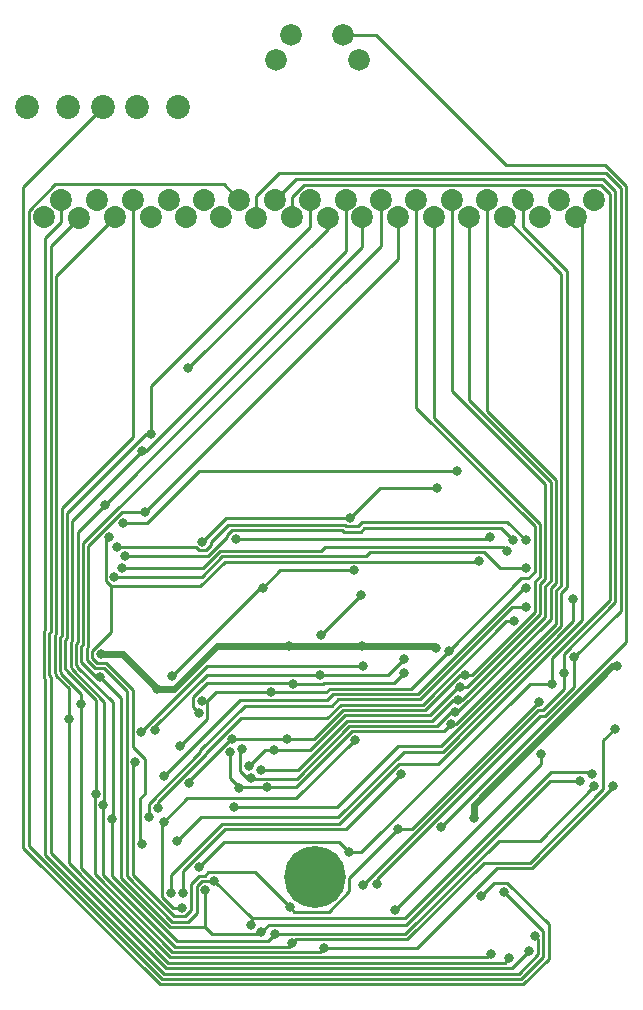
<source format=gbr>
%TF.GenerationSoftware,KiCad,Pcbnew,(6.0.2)*%
%TF.CreationDate,2022-07-10T15:45:18-05:00*%
%TF.ProjectId,REF1395A Optimized,52454631-3339-4354-9120-4f7074696d69,rev?*%
%TF.SameCoordinates,Original*%
%TF.FileFunction,Copper,L2,Bot*%
%TF.FilePolarity,Positive*%
%FSLAX46Y46*%
G04 Gerber Fmt 4.6, Leading zero omitted, Abs format (unit mm)*
G04 Created by KiCad (PCBNEW (6.0.2)) date 2022-07-10 15:45:18*
%MOMM*%
%LPD*%
G01*
G04 APERTURE LIST*
%TA.AperFunction,ComponentPad*%
%ADD10C,5.240000*%
%TD*%
%TA.AperFunction,ComponentPad*%
%ADD11C,1.860000*%
%TD*%
%TA.AperFunction,ComponentPad*%
%ADD12C,1.830000*%
%TD*%
%TA.AperFunction,ComponentPad*%
%ADD13C,2.020000*%
%TD*%
%TA.AperFunction,ViaPad*%
%ADD14C,0.800000*%
%TD*%
%TA.AperFunction,Conductor*%
%ADD15C,0.250000*%
%TD*%
%TA.AperFunction,Conductor*%
%ADD16C,0.600000*%
%TD*%
G04 APERTURE END LIST*
D10*
%TO.P,REF\u002A\u002A,1*%
%TO.N,N/C*%
X146580000Y-126866000D03*
%TD*%
D11*
%TO.P,J2,1,+5V*%
%TO.N,/VCC*%
X170263800Y-69521000D03*
%TO.P,J2,2,Clock*%
%TO.N,/Clk*%
X168717300Y-71029000D03*
%TO.P,J2,3,Write*%
%TO.N,/Wr_Game*%
X167248900Y-69520900D03*
%TO.P,J2,4,Read*%
%TO.N,/Rd_Game*%
X165700800Y-71027000D03*
%TO.P,J2,5,CS*%
%TO.N,/CS*%
X164230800Y-69521000D03*
%TO.P,J2,6,A0*%
%TO.N,/A0*%
X162684800Y-71029000D03*
%TO.P,J2,7,A1*%
%TO.N,/A1*%
X161216400Y-69520900D03*
%TO.P,J2,8,A2*%
%TO.N,/A2*%
X159666800Y-71028000D03*
%TO.P,J2,9,A3*%
%TO.N,/A3*%
X158240800Y-69522000D03*
%TO.P,J2,10,A4*%
%TO.N,/A4*%
X156692000Y-71029000D03*
%TO.P,J2,11,A5*%
%TO.N,/A5*%
X155183900Y-69520900D03*
%TO.P,J2,12,A6*%
%TO.N,/A6*%
X153631800Y-71029000D03*
%TO.P,J2,13,A7*%
%TO.N,/A7*%
X152167600Y-69520900D03*
%TO.P,J2,14,A8*%
%TO.N,/A8*%
X150617800Y-71029000D03*
%TO.P,J2,15,A9*%
%TO.N,/A9*%
X149231800Y-69520000D03*
%TO.P,J2,16,A10*%
%TO.N,/A10*%
X147680800Y-71030000D03*
%TO.P,J2,17,A11*%
%TO.N,/A11*%
X146210800Y-69521000D03*
%TO.P,J2,18,A12*%
%TO.N,/A12*%
X144665800Y-71028000D03*
%TO.P,J2,19,A13*%
%TO.N,/A13*%
X143196800Y-69522000D03*
%TO.P,J2,20,A14*%
%TO.N,/A14*%
X141648800Y-71030000D03*
%TO.P,J2,21,A15*%
%TO.N,/A15_Game*%
X140180800Y-69520000D03*
%TO.P,J2,22,Data_0*%
%TO.N,/D0*%
X138635800Y-71028000D03*
%TO.P,J2,23,Data_1*%
%TO.N,/D1*%
X137202800Y-69519000D03*
%TO.P,J2,24,Data_2*%
%TO.N,/D2*%
X135658800Y-71029000D03*
%TO.P,J2,25,Data_3*%
%TO.N,/D3*%
X134267800Y-69524000D03*
%TO.P,J2,26,Data_4*%
%TO.N,/D4*%
X132716800Y-71027000D03*
%TO.P,J2,27,Data_5*%
%TO.N,/D5*%
X131171800Y-69522000D03*
%TO.P,J2,28,Data_6*%
%TO.N,/D6*%
X129664800Y-71029000D03*
%TO.P,J2,29,Data_7*%
%TO.N,/D7*%
X128157800Y-69522000D03*
%TO.P,J2,30,Reset*%
%TO.N,/Reset*%
X126650800Y-71037000D03*
%TO.P,J2,31,Audio*%
%TO.N,/Audio*%
X125135800Y-69522000D03*
%TO.P,J2,32,GND*%
%TO.N,/GND*%
X123632300Y-71029000D03*
%TD*%
D12*
%TO.P,SW1,1,1*%
%TO.N,unconnected-(SW1-Pad1)*%
X143279000Y-57730000D03*
%TO.P,SW1,2,2*%
%TO.N,/GND*%
X144552000Y-55587000D03*
%TO.P,SW1,3,3*%
%TO.N,/Button*%
X149003000Y-55547000D03*
%TO.P,SW1,4,4*%
%TO.N,unconnected-(SW1-Pad4)*%
X150309000Y-57730000D03*
%TD*%
D13*
%TO.P,J3,1,A*%
%TO.N,unconnected-(J3-Pad1)*%
X125709000Y-61703000D03*
%TO.P,J3,2,B*%
%TO.N,/Switch*%
X128682000Y-61706000D03*
%TO.P,J3,3,C*%
%TO.N,/GND*%
X131585000Y-61705000D03*
%TO.P,J3,4*%
%TO.N,N/C*%
X122252000Y-61705000D03*
%TO.P,J3,5*%
X135034000Y-61707000D03*
%TD*%
D14*
%TO.N,/D0*%
X137081800Y-98461800D03*
X149559800Y-96440700D03*
X156936600Y-93901800D03*
%TO.N,/D1*%
X136760100Y-112960000D03*
X154147300Y-109626500D03*
X144763800Y-110502000D03*
%TO.N,/D2*%
X149923400Y-100906400D03*
X134515000Y-109822400D03*
X142196500Y-102379100D03*
%TO.N,/D3*%
X154112000Y-108438300D03*
X147010800Y-109776600D03*
X133094200Y-114450600D03*
%TO.N,/D4*%
X150543000Y-103001800D03*
X147112500Y-106370100D03*
%TO.N,/D5*%
X126835400Y-112194200D03*
X161481200Y-133393600D03*
%TO.N,/D6*%
X163082500Y-133748500D03*
X125750100Y-113528200D03*
%TO.N,/GND*%
X128462900Y-108007500D03*
X144411400Y-107279400D03*
X133264000Y-110909400D03*
X156835600Y-107520400D03*
X150602600Y-107279400D03*
%TO.N,/CE_SST*%
X150649500Y-109009500D03*
X131911200Y-114581500D03*
%TO.N,/Rd_Sys*%
X150019100Y-115246400D03*
X133797100Y-122168800D03*
X135319800Y-129465800D03*
%TO.N,/Reset*%
X164735700Y-133131000D03*
%TO.N,/Switch*%
X160683300Y-128508000D03*
%TO.N,/Wr_Sys*%
X135421000Y-128241900D03*
X153915300Y-118137700D03*
%TO.N,/Button*%
X157321800Y-122608900D03*
%TO.N,/A15_Game*%
X162610400Y-128105300D03*
%TO.N,/VCC*%
X160076000Y-121905800D03*
X172204700Y-109036800D03*
%TO.N,/A0*%
X139459200Y-116268100D03*
X140183900Y-119350900D03*
X142510400Y-119260900D03*
X158159200Y-113912900D03*
%TO.N,/A1*%
X158475900Y-112912500D03*
X141203900Y-118497900D03*
X140470700Y-116046800D03*
%TO.N,/A2*%
X142033000Y-117810200D03*
X158722500Y-111843000D03*
%TO.N,/A3*%
X143136000Y-116137100D03*
X158894700Y-110801300D03*
X140990400Y-117497500D03*
%TO.N,/A4*%
X159276400Y-109782700D03*
X135985100Y-118916900D03*
X144262600Y-115183500D03*
X139627900Y-115183500D03*
%TO.N,/A5*%
X135211900Y-115798300D03*
X137013900Y-111936700D03*
X157936100Y-107730900D03*
X142856700Y-111171000D03*
%TO.N,/A6*%
X141167700Y-130924400D03*
X138070700Y-127177000D03*
X132207000Y-95950600D03*
X170062400Y-118138000D03*
%TO.N,/A7*%
X137322100Y-127925700D03*
X142074000Y-131559300D03*
X128425500Y-109908400D03*
X169045700Y-118730700D03*
%TO.N,/A8*%
X170267700Y-119162100D03*
X143232500Y-131701000D03*
X129400700Y-121926500D03*
X128842500Y-95338100D03*
%TO.N,/A9*%
X144683800Y-132459000D03*
X128703800Y-120795200D03*
X131977100Y-90775300D03*
X171978600Y-114323500D03*
%TO.N,/A10*%
X165588400Y-112023800D03*
X131399700Y-117116400D03*
X144499200Y-129435700D03*
X135866500Y-83802000D03*
X153651800Y-122796000D03*
%TO.N,/A11*%
X171812100Y-119129500D03*
X147366000Y-132909800D03*
X132748300Y-89338600D03*
X128043500Y-119841900D03*
%TO.N,/A12*%
X166667400Y-110491300D03*
X136779000Y-126024600D03*
X149525400Y-124785400D03*
%TO.N,/A13*%
X150701100Y-127567000D03*
X167698600Y-109618600D03*
%TO.N,/A14*%
X151887000Y-127426500D03*
X168531600Y-108265400D03*
%TO.N,/A15_Sys*%
X153394000Y-129648800D03*
X165737300Y-116412800D03*
%TO.N,/A13_SST*%
X133314100Y-121060100D03*
X163440300Y-105194300D03*
%TO.N,/A14_SST*%
X164477500Y-104044900D03*
X132574900Y-121794700D03*
%TO.N,/A15_SST*%
X168501600Y-103365700D03*
X134916600Y-123831600D03*
%TO.N,/A16_SST*%
X164489300Y-102406500D03*
X133824300Y-118326500D03*
%TO.N,/A12_V62*%
X129622100Y-101466300D03*
X164482000Y-100734500D03*
%TO.N,/A13_V62*%
X158615600Y-92489300D03*
X130373900Y-96897600D03*
%TO.N,/A14_V62*%
X162883400Y-99252200D03*
X130255200Y-100674900D03*
%TO.N,/A15_V62*%
X164438300Y-98368200D03*
X129843400Y-98923700D03*
%TO.N,/A16_V62*%
X163379000Y-98328600D03*
X130507500Y-99674500D03*
%TO.N,/WE*%
X131927300Y-124035200D03*
X160497400Y-100139600D03*
X129212800Y-98079800D03*
%TO.N,/OE_V62*%
X139963500Y-98248300D03*
X161455000Y-98065200D03*
%TO.N,/Clk*%
X134420600Y-128241500D03*
%TO.N,/CS*%
X139738800Y-120956500D03*
%TO.N,/Audio*%
X165216200Y-131872200D03*
%TD*%
D15*
%TO.N,/D0*%
X137081800Y-98461800D02*
X139102900Y-96440700D01*
X156936600Y-93901800D02*
X152098700Y-93901800D01*
X139102900Y-96440700D02*
X149559800Y-96440700D01*
X152098700Y-93901800D02*
X149559800Y-96440700D01*
%TO.N,/D1*%
X137463500Y-110430000D02*
X144691800Y-110430000D01*
X153305500Y-110468300D02*
X154147300Y-109626500D01*
X136253400Y-111640100D02*
X137463500Y-110430000D01*
X144763800Y-110502000D02*
X147311300Y-110502000D01*
X147311300Y-110502000D02*
X147345000Y-110468300D01*
X144691800Y-110430000D02*
X144763800Y-110502000D01*
X136253400Y-112453300D02*
X136253400Y-111640100D01*
X136760100Y-112960000D02*
X136253400Y-112453300D01*
X147345000Y-110468300D02*
X153305500Y-110468300D01*
%TO.N,/D2*%
X143669200Y-100906400D02*
X142196500Y-102379100D01*
X149923400Y-100906400D02*
X143669200Y-100906400D01*
X141958300Y-102379100D02*
X134515000Y-109822400D01*
X142196500Y-102379100D02*
X141958300Y-102379100D01*
%TO.N,/D3*%
X147010800Y-109776600D02*
X137429500Y-109776600D01*
X133094300Y-114450600D02*
X133094200Y-114450600D01*
X152773700Y-109776600D02*
X147010800Y-109776600D01*
X154112000Y-108438300D02*
X152773700Y-109776600D01*
X137429500Y-109776600D02*
X133094300Y-114111800D01*
X133094300Y-114111800D02*
X133094300Y-114450600D01*
%TO.N,/D4*%
X150543000Y-103001800D02*
X150480800Y-103001800D01*
X150480800Y-103001800D02*
X147112500Y-106370100D01*
%TO.N,/D5*%
X131171800Y-89638100D02*
X131171800Y-69522000D01*
X125152900Y-95657000D02*
X131171800Y-89638100D01*
X125136000Y-109527700D02*
X125035700Y-109427400D01*
X126835400Y-112194200D02*
X126835400Y-111349200D01*
X126835400Y-111349200D02*
X125136000Y-109649800D01*
X134367800Y-133672700D02*
X126835400Y-126140300D01*
X126835400Y-126140300D02*
X126835400Y-112194200D01*
X161481200Y-133393600D02*
X161202100Y-133672700D01*
X125136000Y-109649800D02*
X125136000Y-109527700D01*
X125152900Y-106470200D02*
X125152900Y-95657000D01*
X161202100Y-133672700D02*
X134367800Y-133672700D01*
X125035700Y-106587400D02*
X125152900Y-106470200D01*
X125035700Y-109427400D02*
X125035700Y-106587400D01*
%TO.N,/D6*%
X124685700Y-109836400D02*
X124685700Y-109714300D01*
X124585400Y-109614000D02*
X124585400Y-106400800D01*
X124702600Y-106283600D02*
X124702600Y-75991200D01*
X134181300Y-134123100D02*
X125750100Y-125691900D01*
X124702600Y-75991200D02*
X129664800Y-71029000D01*
X124685700Y-109714300D02*
X124585400Y-109614000D01*
X162707900Y-134123100D02*
X134181300Y-134123100D01*
X124585400Y-106400800D02*
X124702600Y-106283600D01*
X125750100Y-110900800D02*
X124685700Y-109836400D01*
X125750100Y-125691900D02*
X125750100Y-113528200D01*
X125750100Y-113528200D02*
X125750100Y-110900800D01*
X163082500Y-133748500D02*
X162707900Y-134123100D01*
D16*
%TO.N,/GND*%
X138331300Y-107279400D02*
X144411400Y-107279400D01*
X134701300Y-110909400D02*
X138331300Y-107279400D01*
X130362100Y-108007500D02*
X128462900Y-108007500D01*
X133264000Y-110909400D02*
X134701300Y-110909400D01*
X150602600Y-107279400D02*
X156594600Y-107279400D01*
X133264000Y-110909400D02*
X130362100Y-108007500D01*
X144411400Y-107279400D02*
X150602600Y-107279400D01*
X156594600Y-107279400D02*
X156835600Y-107520400D01*
D15*
%TO.N,/CE_SST*%
X137485600Y-109009500D02*
X150649500Y-109009500D01*
X131913600Y-114581500D02*
X137485600Y-109009500D01*
X131911200Y-114581500D02*
X131913600Y-114581500D01*
%TO.N,/Rd_Sys*%
X133695300Y-122270600D02*
X133797100Y-122168800D01*
X134619200Y-129465800D02*
X133695300Y-128541900D01*
X135747500Y-120218400D02*
X145047100Y-120218400D01*
X133695300Y-128541900D02*
X133695300Y-122270600D01*
X133797100Y-122168800D02*
X135747500Y-120218400D01*
X145047100Y-120218400D02*
X150019100Y-115246400D01*
X135319800Y-129465800D02*
X134619200Y-129465800D01*
%TO.N,/Reset*%
X124235400Y-110023000D02*
X124252300Y-110039900D01*
X124135100Y-109800600D02*
X124235400Y-109900900D01*
X134010500Y-134589200D02*
X163277500Y-134589200D01*
X163277500Y-134589200D02*
X164735700Y-133131000D01*
X124252300Y-106097000D02*
X124135100Y-106214200D01*
X124135100Y-106214200D02*
X124135100Y-109800600D01*
X124252300Y-124831000D02*
X134010500Y-134589200D01*
X126650800Y-71037000D02*
X124252300Y-73435500D01*
X124235400Y-109900900D02*
X124235400Y-110023000D01*
X124252300Y-73435500D02*
X124252300Y-106097000D01*
X124252300Y-110039900D02*
X124252300Y-124831000D01*
%TO.N,/Switch*%
X121919600Y-124409000D02*
X133476100Y-135965500D01*
X164225000Y-135965500D02*
X166405100Y-133785400D01*
X166405100Y-130873500D02*
X162911400Y-127379800D01*
X166405100Y-133785400D02*
X166405100Y-130873500D01*
X121919600Y-68468400D02*
X121919600Y-124409000D01*
X133476100Y-135965500D02*
X164225000Y-135965500D01*
X162911400Y-127379800D02*
X161811500Y-127379800D01*
X128682000Y-61706000D02*
X121919600Y-68468400D01*
X161811500Y-127379800D02*
X160683300Y-128508000D01*
%TO.N,/Wr_Sys*%
X153915300Y-118137700D02*
X149264500Y-122788500D01*
X149264500Y-122788500D02*
X138958600Y-122788500D01*
X138958600Y-122788500D02*
X135421000Y-126326100D01*
X135421000Y-126326100D02*
X135421000Y-128241900D01*
%TO.N,/Button*%
X172956900Y-68327200D02*
X172956900Y-106973800D01*
X171190300Y-66560600D02*
X172956900Y-68327200D01*
X162751500Y-66560600D02*
X171190300Y-66560600D01*
X172956900Y-106973800D02*
X157321800Y-122608900D01*
X149003000Y-55547000D02*
X151737900Y-55547000D01*
X151737900Y-55547000D02*
X162751500Y-66560600D01*
%TO.N,/A15_Game*%
X140180800Y-69520000D02*
X138895600Y-68234800D01*
X165954800Y-133598800D02*
X165954800Y-131449700D01*
X138895600Y-68234800D02*
X124594600Y-68234800D01*
X165954800Y-131449700D02*
X162610400Y-128105300D01*
X124594600Y-68234800D02*
X122370000Y-70459400D01*
X122370000Y-124222500D02*
X133643500Y-135496000D01*
X133643500Y-135496000D02*
X164057600Y-135496000D01*
X122370000Y-70459400D02*
X122370000Y-124222500D01*
X164057600Y-135496000D02*
X165954800Y-133598800D01*
D16*
%TO.N,/VCC*%
X171778300Y-109036800D02*
X172204700Y-109036800D01*
X160076000Y-121905800D02*
X160076000Y-120739100D01*
X160076000Y-120739100D02*
X171778300Y-109036800D01*
D15*
%TO.N,/A0*%
X167466200Y-75810400D02*
X162684800Y-71029000D01*
X158159200Y-113912900D02*
X157551000Y-114521100D01*
X142510400Y-119243100D02*
X142510400Y-119260900D01*
X158159200Y-113912900D02*
X158548300Y-113912900D01*
X158548300Y-113912900D02*
X167015900Y-105445300D01*
X167466200Y-102167800D02*
X167466200Y-75810400D01*
X142510400Y-119243000D02*
X142510400Y-119243100D01*
X167015900Y-102618100D02*
X167466200Y-102167800D01*
X140183900Y-119243100D02*
X140183900Y-119350900D01*
X149718700Y-114521100D02*
X144996800Y-119243000D01*
X144996800Y-119243000D02*
X142510400Y-119243000D01*
X140183900Y-119243100D02*
X139459200Y-118518400D01*
X139459200Y-118518400D02*
X139459200Y-116268100D01*
X140183900Y-119243100D02*
X142510400Y-119243100D01*
X167015900Y-105445300D02*
X167015900Y-102618100D01*
X157551000Y-114521100D02*
X149718700Y-114521100D01*
%TO.N,/A1*%
X158475900Y-112912500D02*
X158133900Y-112912500D01*
X149532100Y-114070800D02*
X145067400Y-118535500D01*
X158133900Y-112912500D02*
X156975600Y-114070800D01*
X158475900Y-112912500D02*
X158678900Y-112912500D01*
X141203900Y-118497900D02*
X140894800Y-118497900D01*
X141241500Y-118535500D02*
X141203900Y-118497900D01*
X166565600Y-102431500D02*
X167015900Y-101981200D01*
X140265100Y-116252400D02*
X140470700Y-116046800D01*
X161216400Y-87434400D02*
X161216400Y-69520900D01*
X140265100Y-117868200D02*
X140265100Y-116252400D01*
X156975600Y-114070800D02*
X149532100Y-114070800D01*
X167015900Y-101981200D02*
X167015900Y-93233900D01*
X145067400Y-118535500D02*
X141241500Y-118535500D01*
X166565600Y-105025800D02*
X166565600Y-102431500D01*
X140894800Y-118497900D02*
X140265100Y-117868200D01*
X158678900Y-112912500D02*
X166565600Y-105025800D01*
X167015900Y-93233900D02*
X161216400Y-87434400D01*
%TO.N,/A2*%
X159091200Y-111843000D02*
X166115300Y-104818900D01*
X166565600Y-93420500D02*
X159666800Y-86521700D01*
X166115300Y-102244900D02*
X166565600Y-101794600D01*
X166565600Y-101794600D02*
X166565600Y-93420500D01*
X158722500Y-111843000D02*
X159091200Y-111843000D01*
X166115300Y-104818900D02*
X166115300Y-102244900D01*
X159666800Y-86521700D02*
X159666800Y-71028000D01*
X149345500Y-113620500D02*
X145155800Y-117810200D01*
X158722500Y-111843000D02*
X158333700Y-111843000D01*
X158333700Y-111843000D02*
X156556200Y-113620500D01*
X156556200Y-113620500D02*
X149345500Y-113620500D01*
X145155800Y-117810200D02*
X142033000Y-117810200D01*
%TO.N,/A3*%
X159496000Y-110801300D02*
X165665000Y-104632300D01*
X142350800Y-116137100D02*
X140990400Y-117497500D01*
X166115300Y-93607100D02*
X158240800Y-85732600D01*
X156369600Y-113170200D02*
X149158900Y-113170200D01*
X158738500Y-110801300D02*
X156369600Y-113170200D01*
X165665000Y-104632300D02*
X165665000Y-102058300D01*
X158240800Y-85732600D02*
X158240800Y-69522000D01*
X158894700Y-110801300D02*
X159496000Y-110801300D01*
X146192000Y-116137100D02*
X143136000Y-116137100D01*
X149158900Y-113170200D02*
X146192000Y-116137100D01*
X166115300Y-101608000D02*
X166115300Y-93607100D01*
X158894700Y-110801300D02*
X158738500Y-110801300D01*
X165665000Y-102058300D02*
X166115300Y-101608000D01*
X143136000Y-116137100D02*
X142350800Y-116137100D01*
%TO.N,/A4*%
X165665000Y-96998800D02*
X156692000Y-88025800D01*
X155923600Y-112719900D02*
X148972300Y-112719900D01*
X139627900Y-115183500D02*
X139518100Y-115183500D01*
X158860800Y-109782700D02*
X155923600Y-112719900D01*
X165214700Y-104445700D02*
X165214700Y-101871700D01*
X148972300Y-112719900D02*
X146508700Y-115183500D01*
X146508700Y-115183500D02*
X144262600Y-115183500D01*
X139627900Y-115183500D02*
X144262600Y-115183500D01*
X135985100Y-118716500D02*
X135985100Y-118916900D01*
X165665000Y-101421400D02*
X165665000Y-96998800D01*
X139518100Y-115183500D02*
X135985100Y-118716500D01*
X159276400Y-109782700D02*
X159877700Y-109782700D01*
X159877700Y-109782700D02*
X165214700Y-104445700D01*
X156692000Y-88025800D02*
X156692000Y-71029000D01*
X165214700Y-101871700D02*
X165665000Y-101421400D01*
X159276400Y-109782700D02*
X158860800Y-109782700D01*
%TO.N,/A5*%
X165214700Y-101038400D02*
X165214700Y-97185400D01*
X154748300Y-110918700D02*
X147865400Y-110918700D01*
X165214700Y-97185400D02*
X155183900Y-87154600D01*
X138251400Y-111171000D02*
X142856700Y-111171000D01*
X164092900Y-101574100D02*
X164679000Y-101574100D01*
X157936100Y-107730900D02*
X164092900Y-101574100D01*
X164679000Y-101574100D02*
X165214700Y-101038400D01*
X137485500Y-113524700D02*
X135211900Y-115798300D01*
X157936100Y-107730900D02*
X154748300Y-110918700D01*
X137485500Y-111936900D02*
X138251400Y-111171000D01*
X137485300Y-111936700D02*
X137485500Y-111936900D01*
X147865400Y-110918700D02*
X147541900Y-111242200D01*
X155183900Y-87154600D02*
X155183900Y-69520900D01*
X147541900Y-111242200D02*
X142927900Y-111242200D01*
X137485500Y-111936900D02*
X137485500Y-113524700D01*
X137013900Y-111936700D02*
X137485300Y-111936700D01*
X142927900Y-111242200D02*
X142856700Y-111171000D01*
%TO.N,/A6*%
X135828600Y-130666900D02*
X134546500Y-130666900D01*
X136596800Y-127625100D02*
X136596800Y-129898700D01*
X153631800Y-71029000D02*
X153631800Y-74525800D01*
X130673100Y-111130200D02*
X128726000Y-109183100D01*
X134546500Y-130666900D02*
X130673100Y-126793500D01*
X153631800Y-74525800D02*
X132207000Y-95950600D01*
X127425300Y-107382300D02*
X127425300Y-98813000D01*
X127287200Y-107520400D02*
X127425300Y-107382300D01*
X138070700Y-127200300D02*
X138070700Y-127177000D01*
X154220100Y-130374100D02*
X166621300Y-117972900D01*
X127975900Y-109183100D02*
X127287200Y-108494400D01*
X130287700Y-95950600D02*
X132207000Y-95950600D01*
X128726000Y-109183100D02*
X127975900Y-109183100D01*
X141267800Y-130374100D02*
X138094000Y-127200300D01*
X166621300Y-117972900D02*
X169897300Y-117972900D01*
X136596800Y-129898700D02*
X135828600Y-130666900D01*
X141267800Y-130374100D02*
X141267800Y-130824300D01*
X169897300Y-117972900D02*
X170062400Y-118138000D01*
X141267800Y-130824300D02*
X141167700Y-130924400D01*
X127287200Y-108494400D02*
X127287200Y-107520400D01*
X130673100Y-126793500D02*
X130673100Y-111130200D01*
X137021600Y-127200300D02*
X136596800Y-127625100D01*
X138094000Y-127200300D02*
X138070700Y-127200300D01*
X138070700Y-127200300D02*
X137021600Y-127200300D01*
X127425300Y-98813000D02*
X130287700Y-95950600D01*
X141267800Y-130374100D02*
X154220100Y-130374100D01*
%TO.N,/A7*%
X137866200Y-131676100D02*
X137322100Y-131132000D01*
X141957200Y-131676100D02*
X137866200Y-131676100D01*
X134374700Y-131132000D02*
X137322100Y-131132000D01*
X152167600Y-73433800D02*
X126975000Y-98626400D01*
X137322100Y-131132000D02*
X137322100Y-127925700D01*
X128425500Y-109908400D02*
X130193600Y-111676500D01*
X130193600Y-111676500D02*
X130193600Y-126950900D01*
X126836900Y-107333800D02*
X126836900Y-108681000D01*
X142074000Y-131559300D02*
X142702200Y-130931100D01*
X142702200Y-130931100D02*
X154346300Y-130931100D01*
X126836900Y-108681000D02*
X128064300Y-109908400D01*
X154346300Y-130931100D02*
X166546700Y-118730700D01*
X130193600Y-126950900D02*
X134374700Y-131132000D01*
X126975000Y-107195700D02*
X126836900Y-107333800D01*
X142074000Y-131559300D02*
X141957200Y-131676100D01*
X126975000Y-98626400D02*
X126975000Y-107195700D01*
X166546700Y-118730700D02*
X169045700Y-118730700D01*
X152167600Y-69520900D02*
X152167600Y-73433800D01*
X128064300Y-109908400D02*
X128425500Y-109908400D01*
%TO.N,/A8*%
X150617800Y-71029000D02*
X150617800Y-73562800D01*
X129400700Y-126794900D02*
X134890500Y-132284700D01*
X165634300Y-123795500D02*
X162165100Y-123795500D01*
X126524700Y-107009100D02*
X126386600Y-107147200D01*
X129484900Y-112088000D02*
X129484900Y-121842300D01*
X126486900Y-109090000D02*
X129484900Y-112088000D01*
X126524700Y-97655900D02*
X126524700Y-107009100D01*
X150617800Y-73562800D02*
X128842500Y-95338100D01*
X170267700Y-119162100D02*
X165634300Y-123795500D01*
X154259600Y-131701000D02*
X143232500Y-131701000D01*
X129400700Y-121926500D02*
X129400700Y-126794900D01*
X129484900Y-121842300D02*
X129400700Y-121926500D01*
X126486900Y-108967900D02*
X126486900Y-109090000D01*
X128842500Y-95338100D02*
X126524700Y-97655900D01*
X162165100Y-123795500D02*
X154259600Y-131701000D01*
X134890500Y-132284700D02*
X142648800Y-132284700D01*
X142648800Y-132284700D02*
X143232500Y-131701000D01*
X126386600Y-108867600D02*
X126486900Y-108967900D01*
X126386600Y-107147200D02*
X126386600Y-108867600D01*
%TO.N,/A9*%
X126036600Y-109276600D02*
X128769700Y-112009700D01*
X126053500Y-106843400D02*
X125936300Y-106960600D01*
X144683800Y-132459000D02*
X144991400Y-132151400D01*
X128769700Y-120729300D02*
X128703800Y-120795200D01*
X154446100Y-132151400D02*
X160917500Y-125680000D01*
X144991400Y-132151400D02*
X154446100Y-132151400D01*
X128703800Y-120795200D02*
X128633200Y-120865800D01*
X125936300Y-106960600D02*
X125936300Y-109054200D01*
X126036600Y-109154500D02*
X126036600Y-109276600D01*
X144376100Y-132766700D02*
X144683800Y-132459000D01*
X132337400Y-90775300D02*
X149231800Y-73880900D01*
X171019800Y-115282300D02*
X171978600Y-114323500D01*
X131977100Y-90775300D02*
X132337400Y-90775300D01*
X126053500Y-96698900D02*
X126053500Y-106843400D01*
X131977100Y-90775300D02*
X126053500Y-96698900D01*
X125936300Y-109054200D02*
X126036600Y-109154500D01*
X134735600Y-132766700D02*
X144376100Y-132766700D01*
X171019800Y-119437200D02*
X171019800Y-115282300D01*
X160917500Y-125680000D02*
X164777000Y-125680000D01*
X128769700Y-112009700D02*
X128769700Y-120729300D01*
X128633200Y-120865800D02*
X128633200Y-126664300D01*
X149231800Y-73880900D02*
X149231800Y-69520000D01*
X164777000Y-125680000D02*
X171019800Y-119437200D01*
X128633200Y-126664300D02*
X134735600Y-132766700D01*
%TO.N,/A10*%
X137288900Y-126750000D02*
X136835000Y-126750000D01*
X131201900Y-117314200D02*
X131399700Y-117116400D01*
X131201900Y-126685400D02*
X131201900Y-117314200D01*
X153651800Y-122796000D02*
X154816200Y-122796000D01*
X144874800Y-129811300D02*
X147800100Y-129811300D01*
X141515200Y-126451700D02*
X137587200Y-126451700D01*
X147680800Y-71987700D02*
X135866500Y-83802000D01*
X154816200Y-122796000D02*
X165588400Y-112023800D01*
X136146400Y-129700300D02*
X135649800Y-130196900D01*
X137587200Y-126451700D02*
X137288900Y-126750000D01*
X144499200Y-129435700D02*
X144874800Y-129811300D01*
X149525300Y-126922500D02*
X153651800Y-122796000D01*
X136146400Y-127438600D02*
X136146400Y-129700300D01*
X147680800Y-71030000D02*
X147680800Y-71987700D01*
X135649800Y-130196900D02*
X134713400Y-130196900D01*
X149525300Y-128086100D02*
X149525300Y-126922500D01*
X136835000Y-126750000D02*
X136146400Y-127438600D01*
X144499200Y-129435700D02*
X141515200Y-126451700D01*
X147800100Y-129811300D02*
X149525300Y-128086100D01*
X134713400Y-130196900D02*
X131201900Y-126685400D01*
%TO.N,/A11*%
X155255400Y-132909800D02*
X162034900Y-126130300D01*
X127971000Y-119914400D02*
X127971000Y-126639000D01*
X162034900Y-126130300D02*
X164970500Y-126130300D01*
X128043500Y-119841900D02*
X127971000Y-119914400D01*
X128043500Y-111920400D02*
X125586300Y-109463200D01*
X146210800Y-71863100D02*
X132748300Y-85325600D01*
X125603200Y-106656800D02*
X125603200Y-96068900D01*
X125586300Y-109341100D02*
X125486000Y-109240800D01*
X132333500Y-89338600D02*
X132748300Y-89338600D01*
X125486000Y-106774000D02*
X125603200Y-106656800D01*
X147366000Y-132909800D02*
X155255400Y-132909800D01*
X125486000Y-109240800D02*
X125486000Y-106774000D01*
X164970500Y-126130300D02*
X171812100Y-119288700D01*
X125603200Y-96068900D02*
X132333500Y-89338600D01*
X134549100Y-133217100D02*
X147058700Y-133217100D01*
X127971000Y-126639000D02*
X134549100Y-133217100D01*
X128043500Y-119841900D02*
X128043500Y-111920400D01*
X171812100Y-119288700D02*
X171812100Y-119129500D01*
X132748300Y-85325600D02*
X132748300Y-89338600D01*
X147058700Y-133217100D02*
X147366000Y-132909800D01*
X125586300Y-109463200D02*
X125586300Y-109341100D01*
X146210800Y-69521000D02*
X146210800Y-71863100D01*
%TO.N,/A12*%
X166667400Y-108341400D02*
X166667400Y-110491300D01*
X149525400Y-124785400D02*
X150542000Y-124785400D01*
X171590600Y-103418200D02*
X166667400Y-108341400D01*
X144665800Y-71028000D02*
X144665800Y-69259300D01*
X164836100Y-110491300D02*
X166667400Y-110491300D01*
X150542000Y-124785400D02*
X164836100Y-110491300D01*
X144665800Y-69259300D02*
X145677700Y-68247400D01*
X138898000Y-123905600D02*
X136779000Y-126024600D01*
X170836800Y-68247400D02*
X171590600Y-69001200D01*
X149525400Y-124785400D02*
X148645600Y-123905600D01*
X171590600Y-69001200D02*
X171590600Y-103418200D01*
X145677700Y-68247400D02*
X170836800Y-68247400D01*
X148645600Y-123905600D02*
X138898000Y-123905600D01*
%TO.N,/A13*%
X143196800Y-69522000D02*
X144972000Y-67746800D01*
X150701100Y-127567000D02*
X165519000Y-112749100D01*
X167698600Y-107947100D02*
X167698600Y-109618600D01*
X170973100Y-67746800D02*
X172041000Y-68814700D01*
X165888900Y-112749100D02*
X167698600Y-110939400D01*
X167698600Y-110939400D02*
X167698600Y-109618600D01*
X172041000Y-68814700D02*
X172041000Y-103604700D01*
X144972000Y-67746800D02*
X170973100Y-67746800D01*
X165519000Y-112749100D02*
X165888900Y-112749100D01*
X172041000Y-103604700D02*
X167698600Y-107947100D01*
%TO.N,/A14*%
X165705600Y-113199400D02*
X166075500Y-113199400D01*
X141648800Y-71030000D02*
X141648800Y-69249800D01*
X172491300Y-68526100D02*
X172491300Y-104305700D01*
X143602100Y-67296500D02*
X171261700Y-67296500D01*
X172491300Y-104305700D02*
X168531600Y-108265400D01*
X151887000Y-127018000D02*
X165705600Y-113199400D01*
X151887000Y-127426500D02*
X151887000Y-127018000D01*
X171261700Y-67296500D02*
X172491300Y-68526100D01*
X141648800Y-69249800D02*
X143602100Y-67296500D01*
X166075500Y-113199400D02*
X168531600Y-110743300D01*
X168531600Y-110743300D02*
X168531600Y-108265400D01*
%TO.N,/A15_Sys*%
X153394000Y-129648800D02*
X165737300Y-117305500D01*
X165737300Y-117305500D02*
X165737300Y-116412800D01*
%TO.N,/A13_SST*%
X148785700Y-112269600D02*
X147669800Y-113385500D01*
X163440300Y-105194300D02*
X162812300Y-105194300D01*
X137368400Y-116490100D02*
X133314100Y-120544400D01*
X155737000Y-112269600D02*
X148785700Y-112269600D01*
X162812300Y-105194300D02*
X155737000Y-112269600D01*
X133314100Y-120544400D02*
X133314100Y-121060100D01*
X140375400Y-113385500D02*
X137368400Y-116392500D01*
X137368400Y-116392500D02*
X137368400Y-116490100D01*
X147669800Y-113385500D02*
X140375400Y-113385500D01*
%TO.N,/A14_SST*%
X164477500Y-104044900D02*
X163284800Y-104044900D01*
X140703300Y-112356600D02*
X136918100Y-116141800D01*
X136918100Y-116303500D02*
X132574900Y-120646700D01*
X148599100Y-111819300D02*
X148061800Y-112356600D01*
X136918100Y-116141800D02*
X136918100Y-116303500D01*
X148061800Y-112356600D02*
X140703300Y-112356600D01*
X155510400Y-111819300D02*
X148599100Y-111819300D01*
X163284800Y-104044900D02*
X155510400Y-111819300D01*
X132574900Y-120646700D02*
X132574900Y-121794700D01*
%TO.N,/A15_SST*%
X148583500Y-121806600D02*
X154140100Y-116250000D01*
X157485000Y-116250000D02*
X168501600Y-105233400D01*
X154140100Y-116250000D02*
X157485000Y-116250000D01*
X134916600Y-123831600D02*
X136941600Y-121806600D01*
X136941600Y-121806600D02*
X148583500Y-121806600D01*
X168501600Y-105233400D02*
X168501600Y-103365700D01*
%TO.N,/A16_SST*%
X164286300Y-102406500D02*
X155323800Y-111369000D01*
X148126500Y-111369000D02*
X147589200Y-111906300D01*
X147589200Y-111906300D02*
X140244500Y-111906300D01*
X164489300Y-102406500D02*
X164286300Y-102406500D01*
X155323800Y-111369000D02*
X148126500Y-111369000D01*
X140244500Y-111906300D02*
X133824300Y-118326500D01*
%TO.N,/A12_V62*%
X150907600Y-99705600D02*
X151245300Y-99367900D01*
X151245300Y-99367900D02*
X160885100Y-99367900D01*
X137013800Y-101466300D02*
X138774500Y-99705600D01*
X138774500Y-99705600D02*
X150907600Y-99705600D01*
X160885100Y-99367900D02*
X162251700Y-100734500D01*
X129622100Y-101466300D02*
X137013800Y-101466300D01*
X162251700Y-100734500D02*
X164482000Y-100734500D01*
%TO.N,/A13_V62*%
X132427000Y-96897600D02*
X136835300Y-92489300D01*
X136835300Y-92489300D02*
X158615600Y-92489300D01*
X130373900Y-96897600D02*
X132427000Y-96897600D01*
%TO.N,/A14_V62*%
X162548000Y-98916800D02*
X162883400Y-99252200D01*
X130255200Y-100674900D02*
X137168300Y-100674900D01*
X137168300Y-100674900D02*
X138591000Y-99252200D01*
X147163400Y-99252200D02*
X147498800Y-98916800D01*
X138591000Y-99252200D02*
X147163400Y-99252200D01*
X147498800Y-98916800D02*
X162548000Y-98916800D01*
%TO.N,/A15_V62*%
X150635900Y-96827600D02*
X162910300Y-96827600D01*
X137807100Y-98762300D02*
X137807100Y-98493100D01*
X136518000Y-98923700D02*
X136781400Y-99187100D01*
X137807100Y-98493100D02*
X139247000Y-97053200D01*
X136781400Y-99187100D02*
X137382300Y-99187100D01*
X149113900Y-97053200D02*
X149226700Y-97166000D01*
X164438300Y-98355600D02*
X164438300Y-98368200D01*
X139247000Y-97053200D02*
X149113900Y-97053200D01*
X150297500Y-97166000D02*
X150635900Y-96827600D01*
X149226700Y-97166000D02*
X150297500Y-97166000D01*
X137382300Y-99187100D02*
X137807100Y-98762300D01*
X129843400Y-98923700D02*
X136518000Y-98923700D01*
X162910300Y-96827600D02*
X164438300Y-98355600D01*
%TO.N,/A16_V62*%
X162365600Y-97315200D02*
X163379000Y-98328600D01*
X139568100Y-97503500D02*
X148927300Y-97503500D01*
X149040100Y-97616300D02*
X150484100Y-97616300D01*
X130507500Y-99674500D02*
X137531800Y-99674500D01*
X150785200Y-97315200D02*
X162365600Y-97315200D01*
X139164400Y-97907200D02*
X139568100Y-97503500D01*
X137531800Y-99674500D02*
X139164400Y-98041900D01*
X150484100Y-97616300D02*
X150785200Y-97315200D01*
X148927300Y-97503500D02*
X149040100Y-97616300D01*
X139164400Y-98041900D02*
X139164400Y-97907200D01*
%TO.N,/WE*%
X127737500Y-107707000D02*
X129359400Y-106085100D01*
X128896800Y-101766700D02*
X128896800Y-98395800D01*
X127737500Y-108307800D02*
X127737500Y-107707000D01*
X131927300Y-124035200D02*
X131834700Y-123942600D01*
X132205900Y-119844000D02*
X132205900Y-116896800D01*
X160481100Y-100155900D02*
X160497400Y-100139600D01*
X131178600Y-115869500D02*
X131178500Y-115869500D01*
X129359400Y-102229300D02*
X136887700Y-102229300D01*
X128162500Y-108732800D02*
X127737500Y-108307800D01*
X138961100Y-100155900D02*
X160481100Y-100155900D01*
X131178500Y-115869500D02*
X131178500Y-110998700D01*
X131834700Y-123942600D02*
X131834700Y-120215200D01*
X131834700Y-120215200D02*
X132205900Y-119844000D01*
X128896800Y-98395800D02*
X129212800Y-98079800D01*
X136887700Y-102229300D02*
X138961100Y-100155900D01*
X129359400Y-106085100D02*
X129359400Y-102229300D01*
X128912600Y-108732800D02*
X128162500Y-108732800D01*
X129359400Y-102229300D02*
X128896800Y-101766700D01*
X131178500Y-110998700D02*
X128912600Y-108732800D01*
X132205900Y-116896800D02*
X131178600Y-115869500D01*
%TO.N,/OE_V62*%
X139963500Y-98248300D02*
X161271900Y-98248300D01*
X161271900Y-98248300D02*
X161455000Y-98065200D01*
%TO.N,/Clk*%
X153717100Y-117309900D02*
X148688900Y-122338100D01*
X148688900Y-122338100D02*
X138743100Y-122338100D01*
X169226900Y-71538700D02*
X169226900Y-105145000D01*
X169226900Y-105145000D02*
X157062000Y-117309900D01*
X157062000Y-117309900D02*
X153717100Y-117309900D01*
X168906000Y-71217900D02*
X169095000Y-71406800D01*
X138743100Y-122338100D02*
X134420600Y-126660600D01*
X168906000Y-71217900D02*
X168717300Y-71029200D01*
X168717300Y-71029200D02*
X168717300Y-71029000D01*
X168717000Y-71029000D02*
X168906000Y-71217900D01*
X134420600Y-126660600D02*
X134420600Y-128241500D01*
X169095000Y-71406800D02*
X169226900Y-71538700D01*
%TO.N,/CS*%
X148478400Y-120956500D02*
X153635200Y-115799700D01*
X167475000Y-105623100D02*
X167475000Y-102795900D01*
X167916500Y-102354400D02*
X167916500Y-75546200D01*
X157298400Y-115799700D02*
X167475000Y-105623100D01*
X164230800Y-71860500D02*
X164230800Y-69521000D01*
X167475000Y-102795900D02*
X167916500Y-102354400D01*
X153635200Y-115799700D02*
X157298400Y-115799700D01*
X167916500Y-75546200D02*
X164230800Y-71860500D01*
X139738800Y-120956500D02*
X148478400Y-120956500D01*
%TO.N,/Audio*%
X123684800Y-106027600D02*
X123684800Y-109987200D01*
X123791400Y-105921000D02*
X123684800Y-106027600D01*
X125135800Y-69522000D02*
X125135800Y-71382800D01*
X163871100Y-135045600D02*
X165504500Y-133412200D01*
X165504500Y-133412200D02*
X165504500Y-132160500D01*
X123684800Y-109987200D02*
X123785100Y-110087500D01*
X125135800Y-71382800D02*
X123791400Y-72727200D01*
X123791400Y-72727200D02*
X123791400Y-105921000D01*
X123785100Y-110209600D02*
X123791400Y-110215900D01*
X133830000Y-135045600D02*
X163871100Y-135045600D01*
X123791400Y-110215900D02*
X123791400Y-125007000D01*
X123791400Y-125007000D02*
X133830000Y-135045600D01*
X165504500Y-132160500D02*
X165216200Y-131872200D01*
X123785100Y-110087500D02*
X123785100Y-110209600D01*
%TD*%
M02*

</source>
